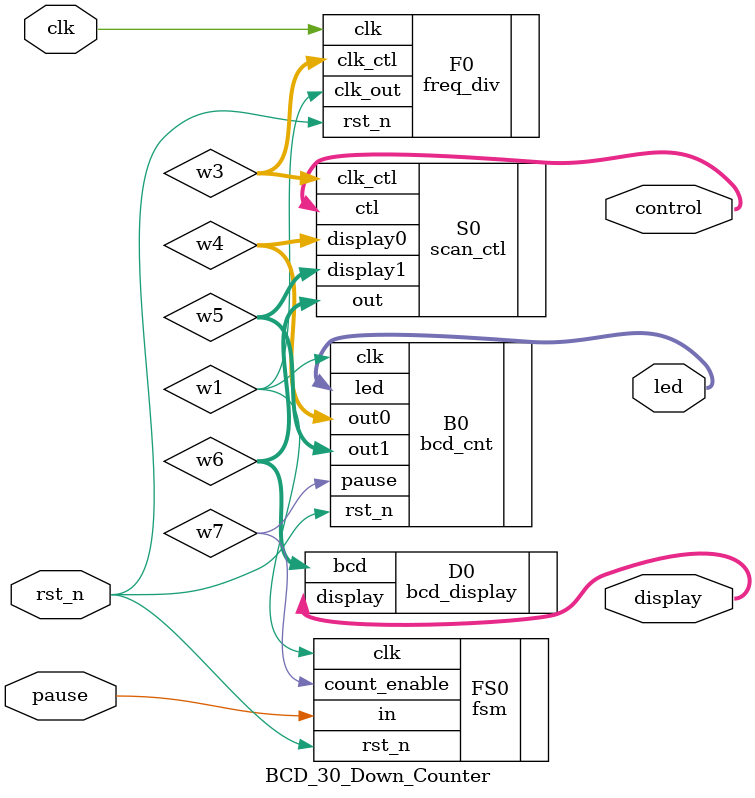
<source format=v>
`timescale 1ns / 1ps
module BCD_30_Down_Counter(
	control,
	display,
	led,
	clk,
	pause,
	rst_n
    );
	 
output [3:0] control;
output [14:0] display;
output [15:0] led;
input clk, pause, rst_n;

wire w1, w2, w7;
wire [1:0] w3;
wire [3:0] w4, w5, w6;

freq_div F0(.clk_out(w1),.clk_ctl(w3),.clk(clk),.rst_n(rst_n));
fsm FS0(.count_enable(w7),.in(pause),.clk(w1),.rst_n(rst_n));
bcd_cnt B0(.out0(w4),.out1(w5),.led(led),.clk(w1),.pause(w7),.rst_n(rst_n));
scan_ctl S0(.display0(w4),.display1(w5),.clk_ctl(w3),.ctl(control),.out(w6));
bcd_display D0(.display(display),.bcd(w6));

endmodule

</source>
